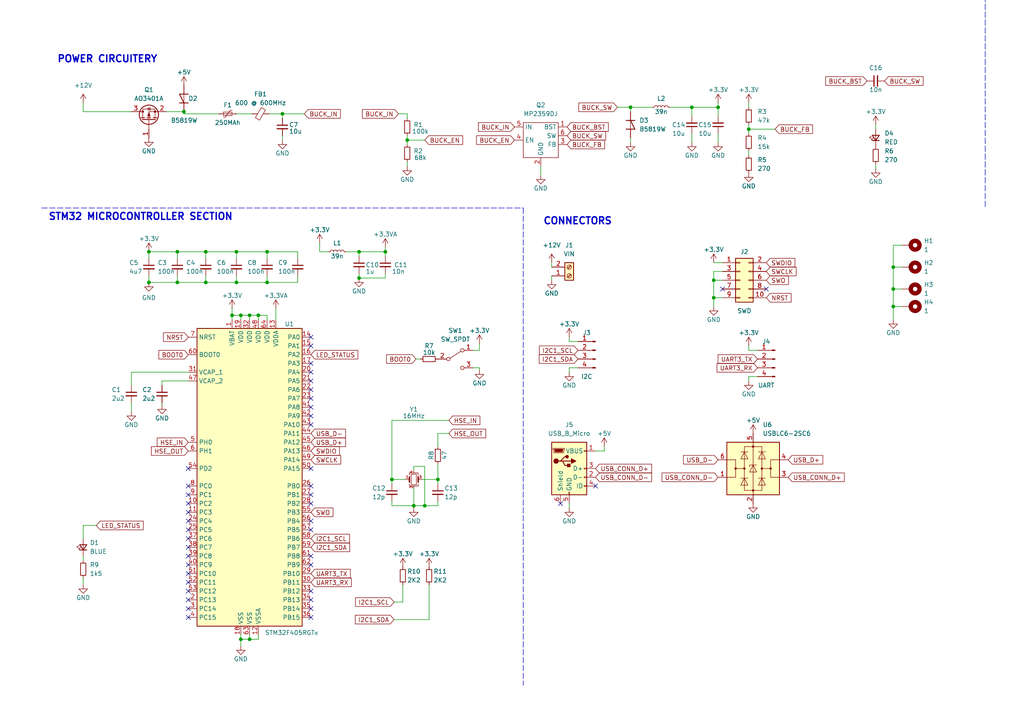
<source format=kicad_sch>
(kicad_sch (version 20211123) (generator eeschema)
  (paper "A4")
  (title_block (title "STM32F4 BUCK CONVERTER") (date "2023-02-05") (rev "V1") (company "FROM PHILIB'S LAB"))
  (lib_symbols
    (symbol "+3.3VA_1" (power) (pin_numbers hide) (pin_names (offset 0) hide)
      (property "Value" "+3.3VA_1" (at 0 3.556 0))
      (symbol "+3.3VA_1_1_1"
        (pin power_in line (at 0 0 90) (length 0) hide (name "+3.3VA") (number "1"))
      )
    )
    (symbol "7555:MP2359DJ"
      (property "Reference" "Q" (at 0 9.144 0))
      (property "Value" "MP2359DJ" (at 0.254 6.604 0))
      (symbol "MP2359DJ_1_1"
        (pin output line (at 7.62 3.81 180) (length 2.54) (name "BST") (number "1"))
        (pin output line (at 0 -7.62 90) (length 2.54) (name "GND") (number "2"))
        (pin output line (at 7.62 -1.27 180) (length 2.54) (name "FB") (number "3"))
        (pin input line (at -7.62 0 0) (length 2.54) (name "EN") (number "4"))
        (pin input line (at -7.62 3.81 0) (length 2.54) (name "IN") (number "5"))
        (pin output line (at 7.62 1.27 180) (length 2.54) (name "SW") (number "6"))
      )
    )
    (symbol "Connector:Conn_01x04_Male" (pin_names (offset 1.016) hide)
      (property "Reference" "J" (at 0 5.08 0))
      (property "Value" "Conn_01x04_Male" (at 0 -7.62 0))
      (symbol "Conn_01x04_Male_1_1"
        (pin passive line (at 5.08 2.54 180) (length 3.81) (name "Pin_1") (number "1"))
        (pin passive line (at 5.08 0 180) (length 3.81) (name "Pin_2") (number "2"))
        (pin passive line (at 5.08 -2.54 180) (length 3.81) (name "Pin_3") (number "3"))
        (pin passive line (at 5.08 -5.08 180) (length 3.81) (name "Pin_4") (number "4"))
      )
    )
    (symbol "Connector:Screw_Terminal_01x02" (pin_names (offset 1.016) hide)
      (property "Reference" "J" (at 0 2.54 0))
      (property "Value" "Screw_Terminal_01x02" (at 0 -5.08 0))
      (symbol "Screw_Terminal_01x02_1_1"
        (pin passive line (at -5.08 0 0) (length 3.81) (name "Pin_1") (number "1"))
        (pin passive line (at -5.08 -2.54 0) (length 3.81) (name "Pin_2") (number "2"))
      )
    )
    (symbol "Connector:USB_B_Micro" (pin_names (offset 1.016))
      (property "Reference" "J" (at -5.08 11.43 0))
      (property "Value" "USB_B_Micro" (at -5.08 8.89 0))
      (symbol "USB_B_Micro_1_1"
        (pin power_out line (at 7.62 5.08 180) (length 2.54) (name "VBUS") (number "1"))
        (pin bidirectional line (at 7.62 -2.54 180) (length 2.54) (name "D-") (number "2"))
        (pin bidirectional line (at 7.62 0 180) (length 2.54) (name "D+") (number "3"))
        (pin passive line (at 7.62 -5.08 180) (length 2.54) (name "ID") (number "4"))
        (pin power_out line (at 0 -10.16 90) (length 2.54) (name "GND") (number "5"))
        (pin passive line (at -2.54 -10.16 90) (length 2.54) (name "Shield") (number "6"))
      )
    )
    (symbol "Connector_Generic:Conn_02x05_Odd_Even" (pin_names (offset 1.016) hide)
      (property "Reference" "J" (at 1.27 7.62 0))
      (property "Value" "Conn_02x05_Odd_Even" (at 1.27 -7.62 0))
      (symbol "Conn_02x05_Odd_Even_1_1"
        (pin passive line (at -5.08 5.08 0) (length 3.81) (name "Pin_1") (number "1"))
        (pin passive line (at 7.62 -5.08 180) (length 3.81) (name "Pin_10") (number "10"))
        (pin passive line (at 7.62 5.08 180) (length 3.81) (name "Pin_2") (number "2"))
        (pin passive line (at -5.08 2.54 0) (length 3.81) (name "Pin_3") (number "3"))
        (pin passive line (at 7.62 2.54 180) (length 3.81) (name "Pin_4") (number "4"))
        (pin passive line (at -5.08 0 0) (length 3.81) (name "Pin_5") (number "5"))
        (pin passive line (at 7.62 0 180) (length 3.81) (name "Pin_6") (number "6"))
        (pin passive line (at -5.08 -2.54 0) (length 3.81) (name "Pin_7") (number "7"))
        (pin passive line (at 7.62 -2.54 180) (length 3.81) (name "Pin_8") (number "8"))
        (pin passive line (at -5.08 -5.08 0) (length 3.81) (name "Pin_9") (number "9"))
      )
    )
    (symbol "Device:C_Small" (pin_numbers hide) (pin_names (offset 0.254) hide)
      (property "Reference" "C" (at 0.254 1.778 0))
      (property "Value" "C_Small" (at 0.254 -2.032 0))
      (symbol "C_Small_1_1"
        (pin passive line (at 0 2.54 270) (length 2.032) (name "~") (number "1"))
        (pin passive line (at 0 -2.54 90) (length 2.032) (name "~") (number "2"))
      )
    )
    (symbol "Device:Crystal_GND24_Small" (pin_names (offset 1.016) hide)
      (property "Reference" "Y" (at 1.27 4.445 0))
      (property "Value" "Crystal_GND24_Small" (at 1.27 2.54 0))
      (symbol "Crystal_GND24_Small_1_1"
        (pin passive line (at -2.54 0 0) (length 1.27) (name "1") (number "1"))
        (pin passive line (at 0 -2.54 90) (length 0.635) (name "2") (number "2"))
        (pin passive line (at 2.54 0 180) (length 1.27) (name "3") (number "3"))
        (pin passive line (at 0 2.54 270) (length 0.635) (name "4") (number "4"))
      )
    )
    (symbol "Device:D_Shockley" (pin_numbers hide) (pin_names (offset 1.016) hide)
      (property "Reference" "D" (at 0 2.54 0))
      (property "Value" "D_Shockley" (at 0 -2.54 0))
      (symbol "D_Shockley_1_1"
        (pin passive line (at -3.81 0 0) (length 2.54) (name "K") (number "1"))
        (pin passive line (at 3.81 0 180) (length 2.54) (name "A") (number "2"))
      )
    )
    (symbol "Device:FerriteBead_Small" (pin_numbers hide) (pin_names (offset 0))
      (property "Reference" "FB" (at 1.905 1.27 0))
      (property "Value" "FerriteBead_Small" (at 1.905 -1.27 0))
      (symbol "FerriteBead_Small_1_1"
        (pin passive line (at 0 2.54 270) (length 1.27) (name "~") (number "1"))
        (pin passive line (at 0 -2.54 90) (length 1.27) (name "~") (number "2"))
      )
    )
    (symbol "Device:LED_Small" (pin_numbers hide) (pin_names (offset 0.254) hide)
      (property "Reference" "D" (at -1.27 3.175 0))
      (property "Value" "LED_Small" (at -4.445 -2.54 0))
      (symbol "LED_Small_1_1"
        (pin passive line (at -2.54 0 0) (length 1.778) (name "K") (number "1"))
        (pin passive line (at 2.54 0 180) (length 1.778) (name "A") (number "2"))
      )
    )
    (symbol "Device:L_Small" (pin_numbers hide) (pin_names (offset 0.254) hide)
      (property "Reference" "L" (at 0.762 1.016 0))
      (property "Value" "L_Small" (at 0.762 -1.016 0))
      (symbol "L_Small_1_1"
        (pin passive line (at 0 2.54 270) (length 0.508) (name "~") (number "1"))
        (pin passive line (at 0 -2.54 90) (length 0.508) (name "~") (number "2"))
      )
    )
    (symbol "Device:Polyfuse_Small" (pin_numbers hide) (pin_names (offset 0))
      (property "Reference" "F" (at -1.905 0 90))
      (property "Value" "Polyfuse_Small" (at 1.905 0 90))
      (symbol "Polyfuse_Small_1_1"
        (pin passive line (at 0 2.54 270) (length 0.635) (name "~") (number "1"))
        (pin passive line (at 0 -2.54 90) (length 0.635) (name "~") (number "2"))
      )
    )
    (symbol "Device:R_Small" (pin_numbers hide) (pin_names (offset 0.254) hide)
      (property "Reference" "R" (at 0.762 0.508 0))
      (property "Value" "R_Small" (at 0.762 -1.016 0))
      (symbol "R_Small_1_1"
        (pin passive line (at 0 2.54 270) (length 0.762) (name "~") (number "1"))
        (pin passive line (at 0 -2.54 90) (length 0.762) (name "~") (number "2"))
      )
    )
    (symbol "MCU_ST_STM32F4:STM32F405RGTx"
      (property "Reference" "U" (at -15.24 44.45 0))
      (property "Value" "STM32F405RGTx" (at 10.16 44.45 0))
      (symbol "STM32F405RGTx_1_1"
        (pin power_in line (at -5.08 45.72 270) (length 2.54) (name "VBAT") (number "1"))
        (pin bidirectional line (at -17.78 -7.62 0) (length 2.54) (name "PC2") (number "10"))
        (pin bidirectional line (at -17.78 -10.16 0) (length 2.54) (name "PC3") (number "11"))
        (pin power_in line (at 2.54 -45.72 90) (length 2.54) (name "VSSA") (number "12"))
        (pin power_in line (at 7.62 45.72 270) (length 2.54) (name "VDDA") (number "13"))
        (pin bidirectional line (at 17.78 40.64 180) (length 2.54) (name "PA0") (number "14"))
        (pin bidirectional line (at 17.78 38.1 180) (length 2.54) (name "PA1") (number "15"))
        (pin bidirectional line (at 17.78 35.56 180) (length 2.54) (name "PA2") (number "16"))
        (pin bidirectional line (at 17.78 33.02 180) (length 2.54) (name "PA3") (number "17"))
        (pin power_in line (at -2.54 -45.72 90) (length 2.54) (name "VSS") (number "18"))
        (pin power_in line (at -2.54 45.72 270) (length 2.54) (name "VDD") (number "19"))
        (pin bidirectional line (at -17.78 -35.56 0) (length 2.54) (name "PC13") (number "2"))
        (pin bidirectional line (at 17.78 30.48 180) (length 2.54) (name "PA4") (number "20"))
        (pin bidirectional line (at 17.78 27.94 180) (length 2.54) (name "PA5") (number "21"))
        (pin bidirectional line (at 17.78 25.4 180) (length 2.54) (name "PA6") (number "22"))
        (pin bidirectional line (at 17.78 22.86 180) (length 2.54) (name "PA7") (number "23"))
        (pin bidirectional line (at -17.78 -12.7 0) (length 2.54) (name "PC4") (number "24"))
        (pin bidirectional line (at -17.78 -15.24 0) (length 2.54) (name "PC5") (number "25"))
        (pin bidirectional line (at 17.78 -2.54 180) (length 2.54) (name "PB0") (number "26"))
        (pin bidirectional line (at 17.78 -5.08 180) (length 2.54) (name "PB1") (number "27"))
        (pin bidirectional line (at 17.78 -7.62 180) (length 2.54) (name "PB2") (number "28"))
        (pin bidirectional line (at 17.78 -27.94 180) (length 2.54) (name "PB10") (number "29"))
        (pin bidirectional line (at -17.78 -38.1 0) (length 2.54) (name "PC14") (number "3"))
        (pin bidirectional line (at 17.78 -30.48 180) (length 2.54) (name "PB11") (number "30"))
        (pin power_in line (at -17.78 30.48 0) (length 2.54) (name "VCAP_1") (number "31"))
        (pin power_in line (at 0 45.72 270) (length 2.54) (name "VDD") (number "32"))
        (pin bidirectional line (at 17.78 -33.02 180) (length 2.54) (name "PB12") (number "33"))
        (pin bidirectional line (at 17.78 -35.56 180) (length 2.54) (name "PB13") (number "34"))
        (pin bidirectional line (at 17.78 -38.1 180) (length 2.54) (name "PB14") (number "35"))
        (pin bidirectional line (at 17.78 -40.64 180) (length 2.54) (name "PB15") (number "36"))
        (pin bidirectional line (at -17.78 -17.78 0) (length 2.54) (name "PC6") (number "37"))
        (pin bidirectional line (at -17.78 -20.32 0) (length 2.54) (name "PC7") (number "38"))
        (pin bidirectional line (at -17.78 -22.86 0) (length 2.54) (name "PC8") (number "39"))
        (pin bidirectional line (at -17.78 -40.64 0) (length 2.54) (name "PC15") (number "4"))
        (pin bidirectional line (at -17.78 -25.4 0) (length 2.54) (name "PC9") (number "40"))
        (pin bidirectional line (at 17.78 20.32 180) (length 2.54) (name "PA8") (number "41"))
        (pin bidirectional line (at 17.78 17.78 180) (length 2.54) (name "PA9") (number "42"))
        (pin bidirectional line (at 17.78 15.24 180) (length 2.54) (name "PA10") (number "43"))
        (pin bidirectional line (at 17.78 12.7 180) (length 2.54) (name "PA11") (number "44"))
        (pin bidirectional line (at 17.78 10.16 180) (length 2.54) (name "PA12") (number "45"))
        (pin bidirectional line (at 17.78 7.62 180) (length 2.54) (name "PA13") (number "46"))
        (pin power_in line (at -17.78 27.94 0) (length 2.54) (name "VCAP_2") (number "47"))
        (pin power_in line (at 2.54 45.72 270) (length 2.54) (name "VDD") (number "48"))
        (pin bidirectional line (at 17.78 5.08 180) (length 2.54) (name "PA14") (number "49"))
        (pin input line (at -17.78 10.16 0) (length 2.54) (name "PH0") (number "5"))
        (pin bidirectional line (at 17.78 2.54 180) (length 2.54) (name "PA15") (number "50"))
        (pin bidirectional line (at -17.78 -27.94 0) (length 2.54) (name "PC10") (number "51"))
        (pin bidirectional line (at -17.78 -30.48 0) (length 2.54) (name "PC11") (number "52"))
        (pin bidirectional line (at -17.78 -33.02 0) (length 2.54) (name "PC12") (number "53"))
        (pin bidirectional line (at -17.78 2.54 0) (length 2.54) (name "PD2") (number "54"))
        (pin bidirectional line (at 17.78 -10.16 180) (length 2.54) (name "PB3") (number "55"))
        (pin bidirectional line (at 17.78 -12.7 180) (length 2.54) (name "PB4") (number "56"))
        (pin bidirectional line (at 17.78 -15.24 180) (length 2.54) (name "PB5") (number "57"))
        (pin bidirectional line (at 17.78 -17.78 180) (length 2.54) (name "PB6") (number "58"))
        (pin bidirectional line (at 17.78 -20.32 180) (length 2.54) (name "PB7") (number "59"))
        (pin input line (at -17.78 7.62 0) (length 2.54) (name "PH1") (number "6"))
        (pin input line (at -17.78 35.56 0) (length 2.54) (name "BOOT0") (number "60"))
        (pin bidirectional line (at 17.78 -22.86 180) (length 2.54) (name "PB8") (number "61"))
        (pin bidirectional line (at 17.78 -25.4 180) (length 2.54) (name "PB9") (number "62"))
        (pin power_in line (at 0 -45.72 90) (length 2.54) (name "VSS") (number "63"))
        (pin power_in line (at 5.08 45.72 270) (length 2.54) (name "VDD") (number "64"))
        (pin input line (at -17.78 40.64 0) (length 2.54) (name "NRST") (number "7"))
        (pin bidirectional line (at -17.78 -2.54 0) (length 2.54) (name "PC0") (number "8"))
        (pin bidirectional line (at -17.78 -5.08 0) (length 2.54) (name "PC1") (number "9"))
      )
    )
    (symbol "Mechanical:MountingHole_Pad" (pin_numbers hide) (pin_names (offset 1.016) hide)
      (property "Reference" "H" (at 0 6.35 0))
      (property "Value" "MountingHole_Pad" (at 0 4.445 0))
      (symbol "MountingHole_Pad_1_1"
        (pin input line (at 0 -2.54 90) (length 2.54) (name "1") (number "1"))
      )
    )
    (symbol "Power_Protection:USBLC6-2SC6" (pin_names hide)
      (property "Reference" "U" (at 2.54 8.89 0))
      (property "Value" "USBLC6-2SC6" (at 2.54 -8.89 0))
      (symbol "USBLC6-2SC6_1_1"
        (pin passive line (at -10.16 -2.54 0) (length 2.54) (name "I/O1") (number "1"))
        (pin passive line (at 0 -10.16 90) (length 2.54) (name "GND") (number "2"))
        (pin passive line (at 10.16 -2.54 180) (length 2.54) (name "I/O2") (number "3"))
        (pin passive line (at 10.16 2.54 180) (length 2.54) (name "I/O2") (number "4"))
        (pin passive line (at 0 10.16 270) (length 2.54) (name "VBUS") (number "5"))
        (pin passive line (at -10.16 2.54 0) (length 2.54) (name "I/O1") (number "6"))
      )
    )
    (symbol "Switch:SW_SPDT" (pin_names (offset 0) hide)
      (property "Reference" "SW" (at 0 4.318 0))
      (property "Value" "SW_SPDT" (at 0 -5.08 0))
      (symbol "SW_SPDT_1_1"
        (pin passive line (at 5.08 2.54 180) (length 2.54) (name "A") (number "1"))
        (pin passive line (at -5.08 0 0) (length 2.54) (name "B") (number "2"))
        (pin passive line (at 5.08 -2.54 180) (length 2.54) (name "C") (number "3"))
      )
    )
    (symbol "Transistor_FET:AO3401A" (pin_names hide)
      (property "Reference" "Q" (at 5.08 1.905 0))
      (property "Value" "AO3401A" (at 5.08 0 0))
      (symbol "AO3401A_1_1"
        (pin input line (at -5.08 0 0) (length 2.54) (name "G") (number "1"))
        (pin passive line (at 2.54 -5.08 90) (length 2.54) (name "S") (number "2"))
        (pin passive line (at 2.54 5.08 270) (length 2.54) (name "D") (number "3"))
      )
    )
    (symbol "power:+12V" (power) (pin_numbers hide) (pin_names (offset 0) hide)
      (property "Value" "+12V" (at 0 3.556 0))
      (symbol "+12V_1_1"
        (pin power_in line (at 0 0 90) (length 0) hide (name "+12V") (number "1"))
      )
    )
    (symbol "power:+3.3V" (power) (pin_numbers hide) (pin_names (offset 0) hide)
      (property "Value" "+3.3V" (at 0 3.556 0))
      (symbol "+3.3V_1_1"
        (pin power_in line (at 0 0 90) (length 0) hide (name "+3.3V") (number "1"))
      )
    )
    (symbol "power:+3.3VA" (power) (pin_numbers hide) (pin_names (offset 0) hide)
      (property "Value" "+3.3VA" (at 0 3.556 0))
      (symbol "+3.3VA_1_1"
        (pin power_in line (at 0 0 90) (length 0) hide (name "+3.3VA") (number "1"))
      )
    )
    (symbol "power:+5V" (power) (pin_numbers hide) (pin_names (offset 0) hide)
      (property "Value" "+5V" (at 0 3.556 0))
      (symbol "+5V_1_1"
        (pin power_in line (at 0 0 90) (length 0) hide (name "+5V") (number "1"))
      )
    )
    (symbol "power:GND" (power) (pin_numbers hide) (pin_names (offset 0) hide)
      (property "Value" "GND" (at 0 -3.81 0))
      (symbol "GND_1_1"
        (pin power_in line (at 0 0 270) (length 0) hide (name "GND") (number "1"))
      )
    )
  )
  (junction (at 43.18 81.915))
  (junction (at 113.665 139.065))
  (junction (at 259.08 83.82))
  (junction (at 59.69 73.025))
  (junction (at 74.93 91.44))
  (junction (at 208.28 31.115))
  (junction (at 259.08 77.47))
  (junction (at 207.01 81.28))
  (junction (at 200.66 31.115))
  (junction (at 51.435 81.915))
  (junction (at 127 139.065))
  (junction (at 67.31 91.44))
  (junction (at 120.015 146.685))
  (junction (at 111.76 73.025))
  (junction (at 207.01 86.36))
  (junction (at 259.08 88.9))
  (junction (at 104.14 80.645))
  (junction (at 182.88 31.115))
  (junction (at 68.58 73.025))
  (junction (at 72.39 185.42))
  (junction (at 69.85 185.42))
  (junction (at 69.85 91.44))
  (junction (at 51.435 73.025))
  (junction (at 77.47 73.025))
  (junction (at 53.34 32.385))
  (junction (at 59.69 81.915))
  (junction (at 43.18 73.025))
  (junction (at 118.11 40.64))
  (junction (at 104.14 73.025))
  (junction (at 77.47 81.915))
  (junction (at 217.17 37.465))
  (junction (at 123.19 146.685))
  (junction (at 68.58 81.915))
  (junction (at 81.915 33.02))
  (junction (at 72.39 91.44))
  (no_connect (at 90.17 97.79))
  (no_connect (at 90.17 173.99))
  (no_connect (at 90.17 146.05))
  (no_connect (at 90.17 123.19))
  (no_connect (at 54.61 161.29))
  (no_connect (at 54.61 166.37))
  (no_connect (at 90.17 151.13))
  (no_connect (at 90.17 118.11))
  (no_connect (at 90.17 171.45))
  (no_connect (at 54.61 156.21))
  (no_connect (at 90.17 140.97))
  (no_connect (at 90.17 110.49))
  (no_connect (at 90.17 105.41))
  (no_connect (at 54.61 163.83))
  (no_connect (at 172.72 140.97))
  (no_connect (at 54.61 158.75))
  (no_connect (at 54.61 168.91))
  (no_connect (at 222.25 83.82))
  (no_connect (at 162.56 146.05))
  (no_connect (at 54.61 173.99))
  (no_connect (at 90.17 120.65))
  (no_connect (at 90.17 179.07))
  (no_connect (at 209.55 83.82))
  (no_connect (at 90.17 135.89))
  (no_connect (at 54.61 135.89))
  (no_connect (at 90.17 176.53))
  (no_connect (at 90.17 107.95))
  (no_connect (at 90.17 163.83))
  (no_connect (at 54.61 140.97))
  (no_connect (at 54.61 151.13))
  (no_connect (at 90.17 143.51))
  (no_connect (at 90.17 113.03))
  (no_connect (at 90.17 153.67))
  (no_connect (at 54.61 148.59))
  (no_connect (at 54.61 171.45))
  (no_connect (at 54.61 143.51))
  (no_connect (at 54.61 176.53))
  (no_connect (at 54.61 179.07))
  (no_connect (at 54.61 146.05))
  (no_connect (at 90.17 161.29))
  (no_connect (at 90.17 100.33))
  (no_connect (at 90.17 115.57))
  (no_connect (at 54.61 153.67))
  (wire (pts (xy 120.015 146.685) (xy 123.19 146.685)))
  (wire (pts (xy 43.18 73.025) (xy 51.435 73.025)))
  (wire (pts (xy 24.13 29.845) (xy 24.13 32.385)))
  (wire (pts (xy 113.665 139.065) (xy 113.665 140.335)))
  (wire (pts (xy 207.01 86.36) (xy 207.01 88.9)))
  (wire (pts (xy 68.58 81.915) (xy 77.47 81.915)))
  (wire (pts (xy 217.17 37.465) (xy 217.17 38.735)))
  (wire (pts (xy 124.46 179.705) (xy 114.3 179.705)))
  (wire (pts (xy 78.105 33.02) (xy 81.915 33.02)))
  (wire (pts (xy 104.14 80.645) (xy 111.76 80.645)))
  (wire (pts (xy 139.065 106.68) (xy 139.065 107.315)))
  (wire (pts (xy 116.84 169.545) (xy 116.84 174.625)))
  (wire (pts (xy 165.1 106.68) (xy 167.64 106.68)))
  (wire (pts (xy 74.93 91.44) (xy 72.39 91.44)))
  (wire (pts (xy 69.85 91.44) (xy 67.31 91.44)))
  (wire (pts (xy 130.175 125.73) (xy 127 125.73)))
  (wire (pts (xy 118.11 39.37) (xy 118.11 40.64)))
  (wire (pts (xy 116.84 174.625) (xy 114.3 174.625)))
  (wire (pts (xy 259.08 88.9) (xy 261.62 88.9)))
  (wire (pts (xy 217.17 37.465) (xy 224.79 37.465)))
  (wire (pts (xy 123.19 135.255) (xy 123.19 146.685)))
  (wire (pts (xy 43.18 73.025) (xy 43.18 74.93)))
  (wire (pts (xy 77.47 81.915) (xy 86.36 81.915)))
  (wire (pts (xy 217.17 101.6) (xy 219.71 101.6)))
  (wire (pts (xy 182.88 40.005) (xy 182.88 41.275)))
  (wire (pts (xy 194.31 31.115) (xy 200.66 31.115)))
  (wire (pts (xy 217.17 36.195) (xy 217.17 37.465)))
  (wire (pts (xy 139.065 99.695) (xy 139.065 101.6)))
  (wire (pts (xy 175.26 129.54) (xy 175.26 130.81)))
  (wire (pts (xy 259.08 88.9) (xy 259.08 92.71)))
  (wire (pts (xy 217.17 109.22) (xy 219.71 109.22)))
  (wire (pts (xy 127 134.62) (xy 127 139.065)))
  (wire (pts (xy 111.76 74.295) (xy 111.76 73.025)))
  (wire (pts (xy 69.85 184.15) (xy 69.85 185.42)))
  (wire (pts (xy 59.69 81.915) (xy 68.58 81.915)))
  (wire (pts (xy 69.85 91.44) (xy 69.85 92.71)))
  (wire (pts (xy 209.55 78.74) (xy 207.01 78.74)))
  (wire (pts (xy 46.99 111.76) (xy 46.99 110.49)))
  (wire (pts (xy 118.11 34.29) (xy 118.11 33.02)))
  (wire (pts (xy 59.69 73.025) (xy 59.69 74.93)))
  (wire (pts (xy 160.02 76.2) (xy 160.02 77.47)))
  (wire (pts (xy 24.13 161.29) (xy 24.13 162.56)))
  (wire (pts (xy 130.175 121.92) (xy 113.665 121.92)))
  (wire (pts (xy 74.93 91.44) (xy 74.93 92.71)))
  (wire (pts (xy 259.08 83.82) (xy 259.08 88.9)))
  (wire (pts (xy 208.28 29.845) (xy 208.28 31.115)))
  (wire (pts (xy 111.76 71.755) (xy 111.76 73.025)))
  (wire (pts (xy 217.17 110.49) (xy 217.17 109.22)))
  (wire (pts (xy 86.36 81.915) (xy 86.36 80.01)))
  (wire (pts (xy 259.08 71.12) (xy 259.08 77.47)))
  (wire (pts (xy 117.475 139.065) (xy 113.665 139.065)))
  (wire (pts (xy 43.18 81.915) (xy 51.435 81.915)))
  (wire (pts (xy 207.01 81.28) (xy 207.01 86.36)))
  (wire (pts (xy 77.47 73.025) (xy 77.47 74.93)))
  (wire (pts (xy 118.11 40.64) (xy 118.11 41.91)))
  (wire (pts (xy 120.015 141.605) (xy 120.015 146.685)))
  (wire (pts (xy 207.01 86.36) (xy 209.55 86.36)))
  (wire (pts (xy 118.11 40.64) (xy 123.19 40.64)))
  (wire (pts (xy 113.665 121.92) (xy 113.665 139.065)))
  (wire (pts (xy 72.39 91.44) (xy 72.39 92.71)))
  (wire (pts (xy 259.08 83.82) (xy 261.62 83.82)))
  (wire (pts (xy 118.11 46.99) (xy 118.11 48.26)))
  (wire (pts (xy 38.1 111.76) (xy 38.1 107.95)))
  (wire (pts (xy 69.85 185.42) (xy 69.85 187.325)))
  (wire (pts (xy 217.17 43.815) (xy 217.17 45.085)))
  (wire (pts (xy 77.47 80.01) (xy 77.47 81.915)))
  (wire (pts (xy 165.1 107.95) (xy 165.1 106.68)))
  (wire (pts (xy 111.76 79.375) (xy 111.76 80.645)))
  (wire (pts (xy 207.01 76.2) (xy 209.55 76.2)))
  (wire (pts (xy 175.26 130.81) (xy 172.72 130.81)))
  (wire (pts (xy 200.66 31.115) (xy 200.66 33.655)))
  (wire (pts (xy 200.66 38.735) (xy 200.66 41.275)))
  (wire (pts (xy 68.58 33.02) (xy 73.025 33.02)))
  (wire (pts (xy 254 36.195) (xy 254 37.465)))
  (wire (pts (xy 118.11 33.02) (xy 115.57 33.02)))
  (wire (pts (xy 165.1 97.79) (xy 165.1 99.06)))
  (wire (pts (xy 165.1 146.05) (xy 165.1 147.32)))
  (wire (pts (xy 68.58 80.01) (xy 68.58 81.915)))
  (wire (pts (xy 81.915 33.02) (xy 81.915 34.29)))
  (wire (pts (xy 24.13 32.385) (xy 38.1 32.385)))
  (polyline (pts (xy 12.065 60.325) (xy 151.765 60.325)))
  (polyline (pts (xy 285.75 -74.295) (xy 285.75 60.325)))
  (wire (pts (xy 81.915 39.37) (xy 81.915 40.64)))
  (wire (pts (xy 86.36 73.025) (xy 86.36 74.93)))
  (wire (pts (xy 46.99 116.84) (xy 46.99 117.475)))
  (wire (pts (xy 165.1 99.06) (xy 167.64 99.06)))
  (wire (pts (xy 72.39 185.42) (xy 74.93 185.42)))
  (wire (pts (xy 38.1 116.84) (xy 38.1 119.38)))
  (wire (pts (xy 63.5 33.02) (xy 53.34 33.02)))
  (wire (pts (xy 68.58 74.93) (xy 68.58 73.025)))
  (wire (pts (xy 104.14 79.375) (xy 104.14 80.645)))
  (wire (pts (xy 48.26 32.385) (xy 53.34 32.385)))
  (wire (pts (xy 123.19 146.685) (xy 127 146.685)))
  (wire (pts (xy 72.39 91.44) (xy 69.85 91.44)))
  (wire (pts (xy 46.99 110.49) (xy 54.61 110.49)))
  (wire (pts (xy 120.65 104.14) (xy 121.92 104.14)))
  (wire (pts (xy 24.13 167.64) (xy 24.13 169.545)))
  (wire (pts (xy 51.435 81.915) (xy 59.69 81.915)))
  (wire (pts (xy 77.47 73.025) (xy 86.36 73.025)))
  (wire (pts (xy 81.915 33.02) (xy 88.265 33.02)))
  (wire (pts (xy 127 145.415) (xy 127 146.685)))
  (wire (pts (xy 111.76 73.025) (xy 104.14 73.025)))
  (wire (pts (xy 179.07 31.115) (xy 182.88 31.115)))
  (wire (pts (xy 160.02 80.01) (xy 160.02 81.28)))
  (wire (pts (xy 261.62 71.12) (xy 259.08 71.12)))
  (wire (pts (xy 69.85 185.42) (xy 72.39 185.42)))
  (wire (pts (xy 59.69 80.01) (xy 59.69 81.915)))
  (wire (pts (xy 182.88 31.115) (xy 182.88 32.385)))
  (wire (pts (xy 113.665 146.685) (xy 120.015 146.685)))
  (wire (pts (xy 100.33 73.025) (xy 104.14 73.025)))
  (wire (pts (xy 27.94 152.4) (xy 24.13 152.4)))
  (wire (pts (xy 104.14 73.025) (xy 104.14 74.295)))
  (wire (pts (xy 207.01 81.28) (xy 209.55 81.28)))
  (wire (pts (xy 92.71 73.025) (xy 95.25 73.025)))
  (wire (pts (xy 92.71 70.485) (xy 92.71 73.025)))
  (wire (pts (xy 67.31 89.535) (xy 67.31 91.44)))
  (wire (pts (xy 137.16 106.68) (xy 139.065 106.68)))
  (wire (pts (xy 80.01 89.535) (xy 80.01 92.71)))
  (wire (pts (xy 59.69 73.025) (xy 68.58 73.025)))
  (wire (pts (xy 127 139.065) (xy 127 140.335)))
  (wire (pts (xy 139.065 101.6) (xy 137.16 101.6)))
  (wire (pts (xy 68.58 73.025) (xy 77.47 73.025)))
  (wire (pts (xy 113.665 145.415) (xy 113.665 146.685)))
  (wire (pts (xy 38.1 107.95) (xy 54.61 107.95)))
  (wire (pts (xy 120.015 135.255) (xy 123.19 135.255)))
  (wire (pts (xy 122.555 139.065) (xy 127 139.065)))
  (wire (pts (xy 43.18 80.01) (xy 43.18 81.915)))
  (wire (pts (xy 51.435 73.025) (xy 51.435 74.93)))
  (wire (pts (xy 77.47 92.71) (xy 77.47 91.44)))
  (polyline (pts (xy 151.765 60.325) (xy 151.765 198.755)))
  (wire (pts (xy 51.435 73.025) (xy 59.69 73.025)))
  (wire (pts (xy 259.08 77.47) (xy 259.08 83.82)))
  (wire (pts (xy 182.88 31.115) (xy 189.23 31.115)))
  (wire (pts (xy 217.17 29.845) (xy 217.17 31.115)))
  (wire (pts (xy 259.08 77.47) (xy 261.62 77.47)))
  (wire (pts (xy 200.66 31.115) (xy 208.28 31.115)))
  (wire (pts (xy 53.34 33.02) (xy 53.34 32.385)))
  (wire (pts (xy 24.13 152.4) (xy 24.13 156.21)))
  (wire (pts (xy 120.015 135.255) (xy 120.015 136.525)))
  (wire (pts (xy 77.47 91.44) (xy 74.93 91.44)))
  (wire (pts (xy 51.435 80.01) (xy 51.435 81.915)))
  (wire (pts (xy 127 125.73) (xy 127 129.54)))
  (wire (pts (xy 208.28 31.115) (xy 208.28 33.655)))
  (wire (pts (xy 124.46 169.545) (xy 124.46 179.705)))
  (wire (pts (xy 74.93 185.42) (xy 74.93 184.15)))
  (wire (pts (xy 217.17 100.33) (xy 217.17 101.6)))
  (wire (pts (xy 67.31 91.44) (xy 67.31 92.71)))
  (wire (pts (xy 72.39 184.15) (xy 72.39 185.42)))
  (wire (pts (xy 156.845 48.26) (xy 156.845 50.8)))
  (wire (pts (xy 208.28 38.735) (xy 208.28 41.275)))
  (wire (pts (xy 120.015 146.685) (xy 120.015 147.32)))
  (wire (pts (xy 207.01 78.74) (xy 207.01 81.28)))
  (wire (pts (xy 254 47.625) (xy 254 48.895)))
  (text "CONNECTORS" (at 157.48 65.405 0) (effects (font (size 2 2) (thickness 0.4) bold) (justify left bottom)))
  (text "STM32 MICROCONTROLLER SECTION" (at 13.97 64.135 0) (effects (font (size 2 2) (thickness 0.4) bold) (justify left bottom)))
  (text "POWER CIRCUITERY" (at 16.51 18.415 0) (effects (font (size 2 2) bold) (justify left bottom)))
  (global_label "BUCK_IN" (shape input) (at 149.225 36.83 180) (property "Intersheet References" "${INTERSHEET_REFS}" (effects hide)))
  (global_label "USB_D+" (shape input) (at 228.6 133.35 0) (property "Intersheet References" "${INTERSHEET_REFS}" (effects hide)))
  (global_label "BUCK_IN" (shape input) (at 88.265 33.02 0) (property "Intersheet References" "${INTERSHEET_REFS}" (effects hide)))
  (global_label "HSE_OUT" (shape input) (at 130.175 125.73 0) (property "Intersheet References" "${INTERSHEET_REFS}" (effects hide)))
  (global_label "HSE_OUT" (shape input) (at 54.61 130.81 180) (property "Intersheet References" "${INTERSHEET_REFS}" (effects hide)))
  (global_label "I2C1_SCL" (shape input) (at 114.3 174.625 180) (property "Intersheet References" "${INTERSHEET_REFS}" (effects hide)))
  (global_label "USB_CONN_D+" (shape input) (at 172.72 135.89 0) (property "Intersheet References" "${INTERSHEET_REFS}" (effects hide)))
  (global_label "UART3_RX" (shape input) (at 219.71 106.68 180) (property "Intersheet References" "${INTERSHEET_REFS}" (effects hide)))
  (global_label "NRST" (shape input) (at 222.25 86.36 0) (property "Intersheet References" "${INTERSHEET_REFS}" (effects hide)))
  (global_label "SWDIO" (shape input) (at 222.25 76.2 0) (property "Intersheet References" "${INTERSHEET_REFS}" (effects hide)))
  (global_label "USB_D+" (shape input) (at 90.17 128.27 0) (property "Intersheet References" "${INTERSHEET_REFS}" (effects hide)))
  (global_label "BUCK_EN" (shape input) (at 123.19 40.64 0) (property "Intersheet References" "${INTERSHEET_REFS}" (effects hide)))
  (global_label "I2C1_SDA" (shape input) (at 167.64 104.14 180) (property "Intersheet References" "${INTERSHEET_REFS}" (effects hide)))
  (global_label "BOOT0" (shape input) (at 120.65 104.14 180) (property "Intersheet References" "${INTERSHEET_REFS}" (effects hide)))
  (global_label "SWO" (shape input) (at 222.25 81.28 0) (property "Intersheet References" "${INTERSHEET_REFS}" (effects hide)))
  (global_label "LED_STATUS" (shape input) (at 27.94 152.4 0) (property "Intersheet References" "${INTERSHEET_REFS}" (effects hide)))
  (global_label "SWCLK" (shape input) (at 222.25 78.74 0) (property "Intersheet References" "${INTERSHEET_REFS}" (effects hide)))
  (global_label "BOOT0" (shape input) (at 54.61 102.87 180) (property "Intersheet References" "${INTERSHEET_REFS}" (effects hide)))
  (global_label "BUCK_SW" (shape input) (at 164.465 39.37 0) (property "Intersheet References" "${INTERSHEET_REFS}" (effects hide)))
  (global_label "SWCLK" (shape input) (at 90.17 133.35 0) (property "Intersheet References" "${INTERSHEET_REFS}" (effects hide)))
  (global_label "UART3_TX" (shape input) (at 219.71 104.14 180) (property "Intersheet References" "${INTERSHEET_REFS}" (effects hide)))
  (global_label "NRST" (shape input) (at 54.61 97.79 180) (property "Intersheet References" "${INTERSHEET_REFS}" (effects hide)))
  (global_label "HSE_IN" (shape input) (at 54.61 128.27 180) (property "Intersheet References" "${INTERSHEET_REFS}" (effects hide)))
  (global_label "BUCK_EN" (shape input) (at 149.225 40.64 180) (property "Intersheet References" "${INTERSHEET_REFS}" (effects hide)))
  (global_label "SWDIO" (shape input) (at 90.17 130.81 0) (property "Intersheet References" "${INTERSHEET_REFS}" (effects hide)))
  (global_label "BUCK_BST" (shape input) (at 251.46 23.495 180) (property "Intersheet References" "${INTERSHEET_REFS}" (effects hide)))
  (global_label "UART3_RX" (shape input) (at 90.17 168.91 0) (property "Intersheet References" "${INTERSHEET_REFS}" (effects hide)))
  (global_label "BUCK_BST" (shape input) (at 164.465 36.83 0) (property "Intersheet References" "${INTERSHEET_REFS}" (effects hide)))
  (global_label "BUCK_FB" (shape input) (at 164.465 41.91 0) (property "Intersheet References" "${INTERSHEET_REFS}" (effects hide)))
  (global_label "LED_STATUS" (shape input) (at 90.17 102.87 0) (property "Intersheet References" "${INTERSHEET_REFS}" (effects hide)))
  (global_label "USB_CONN_D-" (shape input) (at 208.28 138.43 180) (property "Intersheet References" "${INTERSHEET_REFS}" (effects hide)))
  (global_label "I2C1_SCL" (shape input) (at 167.64 101.6 180) (property "Intersheet References" "${INTERSHEET_REFS}" (effects hide)))
  (global_label "UART3_TX" (shape input) (at 90.17 166.37 0) (property "Intersheet References" "${INTERSHEET_REFS}" (effects hide)))
  (global_label "BUCK_FB" (shape input) (at 224.79 37.465 0) (property "Intersheet References" "${INTERSHEET_REFS}" (effects hide)))
  (global_label "BUCK_IN" (shape input) (at 115.57 33.02 180) (property "Intersheet References" "${INTERSHEET_REFS}" (effects hide)))
  (global_label "I2C1_SCL" (shape input) (at 90.17 156.21 0) (property "Intersheet References" "${INTERSHEET_REFS}" (effects hide)))
  (global_label "BUCK_SW" (shape input) (at 256.54 23.495 0) (property "Intersheet References" "${INTERSHEET_REFS}" (effects hide)))
  (global_label "I2C1_SDA" (shape input) (at 114.3 179.705 180) (property "Intersheet References" "${INTERSHEET_REFS}" (effects hide)))
  (global_label "BUCK_SW" (shape input) (at 179.07 31.115 180) (property "Intersheet References" "${INTERSHEET_REFS}" (effects hide)))
  (global_label "I2C1_SDA" (shape input) (at 90.17 158.75 0) (property "Intersheet References" "${INTERSHEET_REFS}" (effects hide)))
  (global_label "USB_D-" (shape input) (at 208.28 133.35 180) (property "Intersheet References" "${INTERSHEET_REFS}" (effects hide)))
  (global_label "HSE_IN" (shape input) (at 130.175 121.92 0) (property "Intersheet References" "${INTERSHEET_REFS}" (effects hide)))
  (global_label "USB_CONN_D-" (shape input) (at 172.72 138.43 0) (property "Intersheet References" "${INTERSHEET_REFS}" (effects hide)))
  (global_label "USB_CONN_D+" (shape input) (at 228.6 138.43 0) (property "Intersheet References" "${INTERSHEET_REFS}" (effects hide)))
  (global_label "USB_D-" (shape input) (at 90.17 125.73 0) (property "Intersheet References" "${INTERSHEET_REFS}" (effects hide)))
  (global_label "SWO" (shape input) (at 90.17 148.59 0) (property "Intersheet References" "${INTERSHEET_REFS}" (effects hide)))
  (symbol (lib_id "power:GND") (at 24.13 169.545 0) (unit 1)
    (property "Reference" "#PWR02" (effects hide))
    (property "Value" "GND" (at 24.13 173.355 0))
  )
  (symbol (lib_id "Connector:Screw_Terminal_01x02") (at 165.1 80.01 0) (mirror x) (unit 1)
    (property "Reference" "J1" (at 165.1 71.12 0))
    (property "Value" "VIN" (at 165.1 73.66 0))
    (property "Footprint" "TerminalBlock_Phoenix:TerminalBlock_Phoenix_PT-1,5-2-3.5-H_1x02_P3.50mm_Horizontal" (effects hide))
  )
  (symbol (lib_id "Connector:Conn_01x04_Male") (at 172.72 101.6 0) (mirror y) (unit 1)
    (property "Reference" "J3" (at 170.18 96.52 0))
    (property "Value" "I2C" (at 170.18 109.22 0))
    (property "Footprint" "Connector_Molex:Molex_PicoBlade_53048-0410_1x04_P1.25mm_Horizontal" (effects hide))
  )
  (symbol (lib_id "Device:C_Small") (at 104.14 76.835 0) (unit 1)
    (property "Reference" "C10" (at 106.045 76.835 0) (effects (justify left)))
    (property "Value" "1u" (at 106.045 78.74 0) (effects (justify left)))
    (property "Footprint" "Capacitor_SMD:C_0603_1608Metric" (effects hide))
  )
  (symbol (lib_id "power:GND") (at 200.66 41.275 0) (unit 1)
    (property "Reference" "#PWR030" (effects hide))
    (property "Value" "GND" (at 200.66 45.085 0))
  )
  (symbol (lib_id "power:GND") (at 38.1 119.38 0) (unit 1)
    (property "Reference" "#PWR03" (effects hide))
    (property "Value" "GND" (at 38.1 123.19 0))
  )
  (symbol (lib_id "Device:R_Small") (at 217.17 41.275 0) (unit 1)
    (property "Reference" "R4" (at 219.71 40.0049 0) (effects (justify left)))
    (property "Value" "15k" (at 219.71 42.5449 0) (effects (justify left)))
    (property "Footprint" "Resistor_SMD:R_0603_1608Metric" (effects hide))
  )
  (symbol (lib_id "power:+3.3V") (at 165.1 97.79 0) (unit 1)
    (property "Reference" "#PWR025" (effects hide))
    (property "Value" "+3.3V" (at 165.1 93.98 0))
  )
  (symbol (lib_id "power:+3.3V") (at 254 36.195 0) (unit 1)
    (property "Reference" "#PWR041" (effects hide))
    (property "Value" "+3.3V" (at 254 32.385 0))
  )
  (symbol (lib_id "Device:R_Small") (at 254 45.085 0) (unit 1)
    (property "Reference" "R6" (at 256.54 43.8149 0) (effects (justify left)))
    (property "Value" "270" (at 256.54 46.3549 0) (effects (justify left)))
    (property "Footprint" "Resistor_SMD:R_0603_1608Metric" (effects hide))
  )
  (symbol (lib_id "power:GND") (at 217.17 110.49 0) (unit 1)
    (property "Reference" "#PWR038" (effects hide))
    (property "Value" "GND" (at 217.17 114.3 0))
  )
  (symbol (lib_id "Device:C_Small") (at 113.665 142.875 0) (unit 1)
    (property "Reference" "C12" (at 107.95 141.605 0) (effects (justify left)))
    (property "Value" "12p" (at 107.95 144.145 0) (effects (justify left)))
    (property "Footprint" "Capacitor_SMD:C_0603_1608Metric" (effects hide))
  )
  (symbol (lib_id "power:GND") (at 218.44 146.05 0) (unit 1)
    (property "Reference" "#PWR040" (effects hide))
    (property "Value" "GND" (at 218.44 149.86 0))
  )
  (symbol (lib_id "Device:R_Small") (at 118.11 36.83 0) (mirror x) (unit 1)
    (property "Reference" "R1" (at 121.285 36.195 0))
    (property "Value" "100k" (at 121.92 38.1 0))
    (property "Footprint" "Resistor_SMD:R_0603_1608Metric" (effects hide))
  )
  (symbol (lib_id "power:GND") (at 69.85 187.325 0) (unit 1)
    (property "Reference" "#PWR010" (effects hide))
    (property "Value" "GND" (at 69.85 191.135 0))
  )
  (symbol (lib_id "Device:C_Small") (at 200.66 36.195 180) (unit 1)
    (property "Reference" "C14" (at 196.85 36.195 0))
    (property "Value" "10u" (at 196.85 38.735 0))
    (property "Footprint" "Capacitor_SMD:C_0603_1608Metric" (effects hide))
  )
  (symbol (lib_id "Mechanical:MountingHole_Pad") (at 264.16 83.82 270) (unit 1)
    (property "Reference" "H3" (at 267.97 82.5499 90) (effects (justify left)))
    (property "Value" "1" (at 267.97 85.0899 90) (effects (justify left)))
    (property "Footprint" "MountingHole:MountingHole_2.5mm_Pad_Via" (effects hide))
  )
  (symbol (lib_id "power:GND") (at 46.99 117.475 0) (unit 1)
    (property "Reference" "#PWR07" (effects hide))
    (property "Value" "GND" (at 46.99 121.285 0))
  )
  (symbol (lib_id "Device:R_Small") (at 24.13 165.1 0) (unit 1)
    (property "Reference" "R9" (at 26.035 163.8299 0) (effects (justify left)))
    (property "Value" "1k5" (at 26.035 166.3699 0) (effects (justify left)))
    (property "Footprint" "Resistor_SMD:R_0603_1608Metric" (effects hide))
  )
  (symbol (lib_id "Device:R_Small") (at 124.46 167.005 0) (unit 1)
    (property "Reference" "R11" (at 125.73 165.735 0) (effects (justify left)))
    (property "Value" "2K2" (at 125.73 168.275 0) (effects (justify left)))
    (property "Footprint" "Resistor_SMD:R_0603_1608Metric" (effects hide))
  )
  (symbol (lib_id "power:+12V") (at 160.02 76.2 0) (unit 1)
    (property "Reference" "#PWR023" (effects hide))
    (property "Value" "+12V" (at 160.02 71.12 0))
  )
  (symbol (lib_id "7555:MP2359DJ") (at 156.845 40.64 0) (unit 1)
    (property "Reference" "Q2" (at 156.845 30.48 0))
    (property "Value" "MP2359DJ" (at 156.845 33.02 0))
    (property "Footprint" "Package_TO_SOT_SMD:SOT-23-6" (effects hide))
  )
  (symbol (lib_id "power:+3.3V") (at 217.17 29.845 0) (unit 1)
    (property "Reference" "#PWR033" (effects hide))
    (property "Value" "+3.3V" (at 217.17 26.035 0))
  )
  (symbol (lib_id "power:+5V") (at 53.34 24.765 0) (unit 1)
    (property "Reference" "#PWR08" (effects hide))
    (property "Value" "+5V" (at 53.34 20.955 0))
  )
  (symbol (lib_id "Connector:USB_B_Micro") (at 165.1 135.89 0) (unit 1)
    (property "Reference" "J5" (at 165.1 123.19 0))
    (property "Value" "USB_B_Micro" (at 165.1 125.73 0))
    (property "Footprint" "Connector_USB:USB_Micro-B_Amphenol_10104110_Horizontal" (effects hide))
  )
  (symbol (lib_id "power:+3.3VA") (at 80.01 89.535 0) (unit 1)
    (property "Reference" "#PWR012" (effects hide))
    (property "Value" "+3.3VA" (at 80.01 85.725 0))
  )
  (symbol (lib_id "power:GND") (at 208.28 41.275 0) (unit 1)
    (property "Reference" "#PWR032" (effects hide))
    (property "Value" "GND" (at 208.28 45.085 0))
  )
  (symbol (lib_id "power:+3.3V") (at 139.065 99.695 0) (unit 1)
    (property "Reference" "#PWR020" (effects hide))
    (property "Value" "+3.3V" (at 139.065 95.885 0))
  )
  (symbol (lib_id "power:+3.3V") (at 43.18 73.025 0) (unit 1)
    (property "Reference" "#PWR05" (effects hide))
    (property "Value" "+3.3V" (at 43.18 69.215 0))
  )
  (symbol (lib_id "Device:R_Small") (at 127 132.08 180) (unit 1)
    (property "Reference" "R8" (at 125.095 132.08 90))
    (property "Value" "47" (at 128.905 132.08 90))
    (property "Footprint" "Resistor_SMD:R_0603_1608Metric" (effects hide))
  )
  (symbol (lib_id "power:GND") (at 165.1 147.32 0) (unit 1)
    (property "Reference" "#PWR027" (effects hide))
    (property "Value" "GND" (at 165.1 151.13 0))
  )
  (symbol (lib_id "power:GND") (at 165.1 107.95 0) (unit 1)
    (property "Reference" "#PWR026" (effects hide))
    (property "Value" "GND" (at 165.1 111.76 0))
  )
  (symbol (lib_id "Device:C_Small") (at 86.36 77.47 0) (unit 1)
    (property "Reference" "C9" (at 80.645 76.2 0) (effects (justify left)))
    (property "Value" "100n" (at 80.645 78.74 0) (effects (justify left)))
    (property "Footprint" "Capacitor_SMD:C_0603_1608Metric" (effects hide))
  )
  (symbol (lib_id "power:GND") (at 120.015 147.32 0) (unit 1)
    (property "Reference" "#PWR018" (effects hide))
    (property "Value" "GND" (at 120.015 151.13 0))
  )
  (symbol (lib_id "Device:C_Small") (at 208.28 36.195 180) (unit 1)
    (property "Reference" "C15" (at 204.47 36.195 0))
    (property "Value" "10u" (at 204.47 38.735 0))
    (property "Footprint" "Capacitor_SMD:C_0603_1608Metric" (effects hide))
  )
  (symbol (lib_id "Device:LED_Small") (at 254 40.005 90) (unit 1)
    (property "Reference" "D4" (at 256.54 38.6714 90) (effects (justify right)))
    (property "Value" "RED" (at 256.54 41.2114 90) (effects (justify right)))
    (property "Footprint" "LED_SMD:LED_0805_2012Metric" (effects hide))
  )
  (symbol (lib_id "Device:C_Small") (at 127 142.875 0) (unit 1)
    (property "Reference" "C13" (at 128.905 141.605 0) (effects (justify left)))
    (property "Value" "12p" (at 128.905 144.145 0) (effects (justify left)))
    (property "Footprint" "Capacitor_SMD:C_0603_1608Metric" (effects hide))
  )
  (symbol (lib_id "power:+3.3V") (at 124.46 164.465 0) (unit 1)
    (property "Reference" "#PWR019" (effects hide))
    (property "Value" "+3.3V" (at 124.46 160.655 0))
  )
  (symbol (lib_id "Connector:Conn_01x04_Male") (at 224.79 104.14 0) (mirror y) (unit 1)
    (property "Reference" "J4" (at 222.25 99.06 0))
    (property "Value" "UART" (at 222.25 111.76 0))
    (property "Footprint" "Connector_Molex:Molex_PicoBlade_53048-0410_1x04_P1.25mm_Horizontal" (effects hide))
  )
  (symbol (lib_id "Device:Polyfuse_Small") (at 66.04 33.02 90) (unit 1)
    (property "Reference" "F1" (at 66.04 30.48 90))
    (property "Value" "250MAh" (at 66.04 35.56 90))
    (property "Footprint" "Fuse:Fuse_1206_3216Metric" (effects hide))
  )
  (symbol (lib_id "power:GND") (at 207.01 88.9 0) (unit 1)
    (property "Reference" "#PWR036" (effects hide))
    (property "Value" "GND" (at 207.01 92.71 0))
  )
  (symbol (lib_id "Connector_Generic:Conn_02x05_Odd_Even") (at 214.63 81.28 0) (unit 1)
    (property "Reference" "J2" (at 215.9 73.025 0))
    (property "Value" "SWD" (at 215.9 90.17 0))
    (property "Footprint" "Connector_PinSocket_1.27mm:PinSocket_2x05_P1.27mm_Vertical_SMD" (effects hide))
  )
  (symbol (lib_id "Device:C_Small") (at 254 23.495 90) (unit 1)
    (property "Reference" "C16" (at 254 19.685 90))
    (property "Value" "10n" (at 254 26.035 90))
    (property "Footprint" "Capacitor_SMD:C_0603_1608Metric" (effects hide))
  )
  (symbol (lib_id "power:GND") (at 104.14 80.645 0) (unit 1)
    (property "Reference" "#PWR014" (effects hide))
    (property "Value" "GND" (at 104.14 84.455 0))
  )
  (symbol (lib_id "Device:D_Shockley") (at 182.88 36.195 270) (unit 1)
    (property "Reference" "D3" (at 185.42 34.9249 90) (effects (justify left)))
    (property "Value" "B5819W" (at 185.42 37.4649 90) (effects (justify left)))
    (property "Footprint" "Diode_SMD:D_SOD-123" (effects hide))
  )
  (symbol (lib_id "power:+5V") (at 175.26 129.54 0) (unit 1)
    (property "Reference" "#PWR029" (effects hide))
    (property "Value" "+5V" (at 175.26 125.73 0))
  )
  (symbol (lib_id "Device:C_Small") (at 43.18 77.47 0) (unit 1)
    (property "Reference" "C5" (at 37.465 76.2 0) (effects (justify left)))
    (property "Value" "4u7" (at 37.465 78.74 0) (effects (justify left)))
    (property "Footprint" "Capacitor_SMD:C_0603_1608Metric" (effects hide))
  )
  (symbol (lib_id "Device:C_Small") (at 111.76 76.835 0) (unit 1)
    (property "Reference" "C11" (at 114.3 76.835 0) (effects (justify left)))
    (property "Value" "10n" (at 113.665 78.74 0) (effects (justify left)))
    (property "Footprint" "Capacitor_SMD:C_0603_1608Metric" (effects hide))
  )
  (symbol (lib_id "power:+3.3V") (at 67.31 89.535 0) (unit 1)
    (property "Reference" "#PWR09" (effects hide))
    (property "Value" "+3.3V" (at 67.31 85.725 0))
  )
  (symbol (lib_id "power:+5V") (at 218.44 125.73 0) (unit 1)
    (property "Reference" "#PWR039" (effects hide))
    (property "Value" "+5V" (at 218.44 121.92 0))
  )
  (symbol (lib_id "power:GND") (at 160.02 81.28 0) (unit 1)
    (property "Reference" "#PWR024" (effects hide))
    (property "Value" "GND" (at 160.02 85.09 0))
  )
  (symbol (lib_id "Transistor_FET:AO3401A") (at 43.18 34.925 90) (unit 1)
    (property "Reference" "Q1" (at 43.18 26.035 90))
    (property "Value" "AO3401A" (at 43.18 28.575 90))
    (property "Footprint" "Package_TO_SOT_SMD:SOT-23" (effects hide))
    (property "Datasheet" "http://www.aosmd.com/pdfs/datasheet/AO3401A.pdf" (effects hide))
  )
  (symbol (lib_id "Mechanical:MountingHole_Pad") (at 264.16 88.9 270) (unit 1)
    (property "Reference" "H4" (at 267.97 87.6299 90) (effects (justify left)))
    (property "Value" "1" (at 267.97 90.1699 90) (effects (justify left)))
    (property "Footprint" "MountingHole:MountingHole_2.5mm_Pad_Via" (effects hide))
  )
  (symbol (lib_id "Device:FerriteBead_Small") (at 75.565 33.02 90) (unit 1)
    (property "Reference" "FB1" (at 75.565 27.305 90))
    (property "Value" "600 @ 600MHz" (at 75.565 29.845 90))
    (property "Footprint" "Inductor_SMD:L_1206_3216Metric" (effects hide))
  )
  (symbol (lib_id "power:GND") (at 217.17 50.165 0) (unit 1)
    (property "Reference" "#PWR034" (effects hide))
    (property "Value" "GND" (at 217.17 53.975 0))
  )
  (symbol (lib_id "power:GND") (at 118.11 48.26 0) (unit 1)
    (property "Reference" "#PWR015" (effects hide))
    (property "Value" "GND" (at 118.11 52.07 0))
  )
  (symbol (lib_id "Device:R_Small") (at 118.11 44.45 180) (unit 1)
    (property "Reference" "R2" (at 121.285 43.815 0))
    (property "Value" "68k" (at 121.92 45.72 0))
    (property "Footprint" "Resistor_SMD:R_0603_1608Metric" (effects hide))
  )
  (symbol (lib_id "power:GND") (at 259.08 92.71 0) (unit 1)
    (property "Reference" "#PWR0102" (effects hide))
    (property "Value" "GND" (at 259.08 96.52 0))
  )
  (symbol (lib_id "Mechanical:MountingHole_Pad") (at 264.16 77.47 270) (unit 1)
    (property "Reference" "H2" (at 267.97 76.1999 90) (effects (justify left)))
    (property "Value" "1" (at 267.97 78.7399 90) (effects (justify left)))
    (property "Footprint" "MountingHole:MountingHole_2.5mm_Pad_Via" (effects hide))
  )
  (symbol (lib_id "Device:Crystal_GND24_Small") (at 120.015 139.065 0) (unit 1)
    (property "Reference" "Y1" (at 120.015 118.745 0))
    (property "Value" "16MHz" (at 120.015 120.65 0))
    (property "Footprint" "Crystal:Crystal_SMD_3225-4Pin_3.2x2.5mm" (effects hide))
  )
  (symbol (lib_id "Device:R_Small") (at 116.84 167.005 0) (unit 1)
    (property "Reference" "R10" (at 118.11 165.735 0) (effects (justify left)))
    (property "Value" "2K2" (at 118.11 168.275 0) (effects (justify left)))
    (property "Footprint" "Resistor_SMD:R_0603_1608Metric" (effects hide))
  )
  (symbol (lib_id "Device:C_Small") (at 51.435 77.47 0) (unit 1)
    (property "Reference" "C3" (at 45.72 76.2 0) (effects (justify left)))
    (property "Value" "100n" (at 45.72 78.74 0) (effects (justify left)))
    (property "Footprint" "Capacitor_SMD:C_0603_1608Metric" (effects hide))
  )
  (symbol (lib_id "Device:D_Shockley") (at 53.34 28.575 90) (unit 1)
    (property "Reference" "D2" (at 54.61 28.575 90) (effects (justify right)))
    (property "Value" "B5819W" (at 49.53 34.925 90) (effects (justify right)))
    (property "Footprint" "Diode_SMD:D_SOD-123" (effects hide))
  )
  (symbol (lib_id "Device:LED_Small") (at 24.13 158.75 90) (unit 1)
    (property "Reference" "D1" (at 26.035 157.4164 90) (effects (justify right)))
    (property "Value" "BLUE" (at 26.035 159.9564 90) (effects (justify right)))
    (property "Footprint" "LED_SMD:LED_0805_2012Metric" (effects hide))
  )
  (symbol (lib_id "power:GND") (at 156.845 50.8 0) (unit 1)
    (property "Reference" "#PWR022" (effects hide))
    (property "Value" "GND" (at 156.845 54.61 0))
  )
  (symbol (lib_id "power:GND") (at 81.915 40.64 0) (unit 1)
    (property "Reference" "#PWR011" (effects hide))
    (property "Value" "GND" (at 81.915 44.45 0))
  )
  (symbol (lib_id "power:+3.3V") (at 217.17 100.33 0) (unit 1)
    (property "Reference" "#PWR037" (effects hide))
    (property "Value" "+3.3V" (at 217.17 96.52 0))
  )
  (symbol (lib_id "Device:L_Small") (at 97.79 73.025 90) (unit 1)
    (property "Reference" "L1" (at 97.79 70.485 90))
    (property "Value" "39n" (at 97.79 74.295 90))
    (property "Footprint" "Inductor_SMD:L_0805_2012Metric" (effects hide))
  )
  (symbol (lib_id "power:+3.3V") (at 207.01 76.2 0) (unit 1)
    (property "Reference" "#PWR035" (effects hide))
    (property "Value" "+3.3V" (at 207.01 72.39 0))
  )
  (symbol (lib_id "power:GND") (at 43.18 81.915 0) (unit 1)
    (property "Reference" "#PWR06" (effects hide))
    (property "Value" "GND" (at 43.18 86.36 0))
  )
  (symbol (lib_id "power:GND") (at 254 48.895 0) (unit 1)
    (property "Reference" "#PWR042" (effects hide))
    (property "Value" "GND" (at 254 52.705 0))
  )
  (symbol (lib_id "power:GND") (at 182.88 41.275 0) (unit 1)
    (property "Reference" "#PWR028" (effects hide))
    (property "Value" "GND" (at 182.88 45.085 0))
  )
  (symbol (lib_id "Device:R_Small") (at 124.46 104.14 90) (unit 1)
    (property "Reference" "R7" (at 124.46 100.33 90))
    (property "Value" "10k" (at 124.46 102.235 90))
    (property "Footprint" "Resistor_SMD:R_0603_1608Metric" (effects hide))
  )
  (symbol (lib_id "Device:C_Small") (at 68.58 77.47 0) (unit 1)
    (property "Reference" "C6" (at 62.865 76.2 0) (effects (justify left)))
    (property "Value" "100n" (at 62.865 78.74 0) (effects (justify left)))
    (property "Footprint" "Capacitor_SMD:C_0603_1608Metric" (effects hide))
  )
  (symbol (lib_id "power:+3.3V") (at 92.71 70.485 0) (unit 1)
    (property "Reference" "#PWR013" (effects hide))
    (property "Value" "+3.3V" (at 92.71 66.675 0))
  )
  (symbol (lib_id "power:+12V") (at 24.13 29.845 0) (unit 1)
    (property "Reference" "#PWR01" (effects hide))
    (property "Value" "+12V" (at 24.13 24.765 0))
  )
  (symbol (lib_id "Mechanical:MountingHole_Pad") (at 264.16 71.12 270) (unit 1)
    (property "Reference" "H1" (at 267.97 69.8499 90) (effects (justify left)))
    (property "Value" "1" (at 267.97 72.3899 90) (effects (justify left)))
    (property "Footprint" "MountingHole:MountingHole_2.5mm_Pad_Via" (effects hide))
  )
  (symbol (lib_id "Device:C_Small") (at 46.99 114.3 0) (unit 1)
    (property "Reference" "C2" (at 41.275 113.03 0) (effects (justify left)))
    (property "Value" "2u2" (at 41.275 115.57 0) (effects (justify left)))
    (property "Footprint" "Capacitor_SMD:C_0603_1608Metric" (effects hide))
  )
  (symbol (lib_id "Power_Protection:USBLC6-2SC6") (at 218.44 135.89 0) (unit 1)
    (property "Reference" "U6" (at 221.2087 123.19 0) (effects (justify left)))
    (property "Value" "USBLC6-2SC6" (at 221.2087 125.73 0) (effects (justify left)))
    (property "Footprint" "Package_TO_SOT_SMD:SOT-23-6" (effects hide))
    (property "Datasheet" "https://www.st.com/resource/en/datasheet/usblc6-2.pdf" (effects hide))
  )
  (symbol (lib_id "Device:C_Small") (at 77.47 77.47 0) (unit 1)
    (property "Reference" "C8" (at 71.755 76.2 0) (effects (justify left)))
    (property "Value" "100n" (at 71.755 78.74 0) (effects (justify left)))
    (property "Footprint" "Capacitor_SMD:C_0603_1608Metric" (effects hide))
  )
  (symbol (lib_id "power:GND") (at 139.065 107.315 0) (unit 1)
    (property "Reference" "#PWR021" (effects hide))
    (property "Value" "GND" (at 139.065 111.125 0))
  )
  (symbol (lib_id "Device:C_Small") (at 81.915 36.83 0) (unit 1)
    (property "Reference" "C7" (at 83.82 36.195 0) (effects (justify left)))
    (property "Value" "10u" (at 83.82 38.1 0) (effects (justify left)))
    (property "Footprint" "Capacitor_SMD:C_0603_1608Metric" (effects hide))
  )
  (symbol (lib_id "Device:C_Small") (at 59.69 77.47 0) (unit 1)
    (property "Reference" "C4" (at 53.975 76.2 0) (effects (justify left)))
    (property "Value" "100n" (at 53.975 78.74 0) (effects (justify left)))
    (property "Footprint" "Capacitor_SMD:C_0603_1608Metric" (effects hide))
  )
  (symbol (lib_name "+3.3VA_1") (lib_id "power:+3.3VA") (at 111.76 71.755 0) (unit 1)
    (property "Reference" "#PWR0101" (effects hide))
    (property "Value" "+3.3VA" (at 111.76 67.945 0))
  )
  (symbol (lib_id "power:+3.3V") (at 208.28 29.845 0) (unit 1)
    (property "Reference" "#PWR031" (effects hide))
    (property "Value" "+3.3V" (at 208.28 26.035 0))
  )
  (symbol (lib_id "power:GND") (at 43.18 40.005 0) (unit 1)
    (property "Reference" "#PWR04" (effects hide))
    (property "Value" "GND" (at 43.18 43.815 0))
  )
  (symbol (lib_id "power:+3.3V") (at 116.84 164.465 0) (unit 1)
    (property "Reference" "#PWR017" (effects hide))
    (property "Value" "+3.3V" (at 116.84 160.655 0))
  )
  (symbol (lib_id "Device:C_Small") (at 38.1 114.3 0) (unit 1)
    (property "Reference" "C1" (at 32.385 113.03 0) (effects (justify left)))
    (property "Value" "2u2" (at 32.385 115.57 0) (effects (justify left)))
    (property "Footprint" "Capacitor_SMD:C_0603_1608Metric" (effects hide))
  )
  (symbol (lib_id "Device:L_Small") (at 191.77 31.115 90) (unit 1)
    (property "Reference" "L2" (at 191.77 28.575 90))
    (property "Value" "39n" (at 191.77 32.385 90))
    (property "Footprint" "Inductor_SMD:L_1008_2520Metric" (effects hide))
  )
  (symbol (lib_id "MCU_ST_STM32F4:STM32F405RGTx") (at 72.39 138.43 0) (unit 1)
    (property "Reference" "U1" (at 82.55 93.98 0) (effects (justify left)))
    (property "Value" "STM32F405RGTx" (at 76.835 183.515 0) (effects (justify left)))
    (property "Footprint" "Package_QFP:LQFP-64_10x10mm_P0.5mm" (effects hide))
    (property "Datasheet" "http://www.st.com/st-web-ui/static/active/en/resource/technical/document/datasheet/DM00037051.pdf" (effects hide))
  )
  (symbol (lib_id "Device:R_Small") (at 217.17 33.655 0) (unit 1)
    (property "Reference" "R3" (at 219.71 32.3849 0) (effects (justify left)))
    (property "Value" "47k" (at 219.71 34.9249 0) (effects (justify left)))
    (property "Footprint" "Resistor_SMD:R_0603_1608Metric" (effects hide))
  )
  (symbol (lib_id "Switch:SW_SPDT") (at 132.08 104.14 0) (unit 1)
    (property "Reference" "SW1" (at 132.08 95.885 0))
    (property "Value" "SW_SPDT" (at 132.08 98.425 0))
    (property "Footprint" "Button_Switch_SMD:SW_SPDT_PCM12" (effects hide))
  )
  (symbol (lib_id "Device:R_Small") (at 217.17 47.625 0) (unit 1)
    (property "Reference" "R5" (at 219.71 46.3549 0) (effects (justify left)))
    (property "Value" "270" (at 219.71 48.8949 0) (effects (justify left)))
    (property "Footprint" "Resistor_SMD:R_0603_1608Metric" (effects hide))
  )
)
</source>
